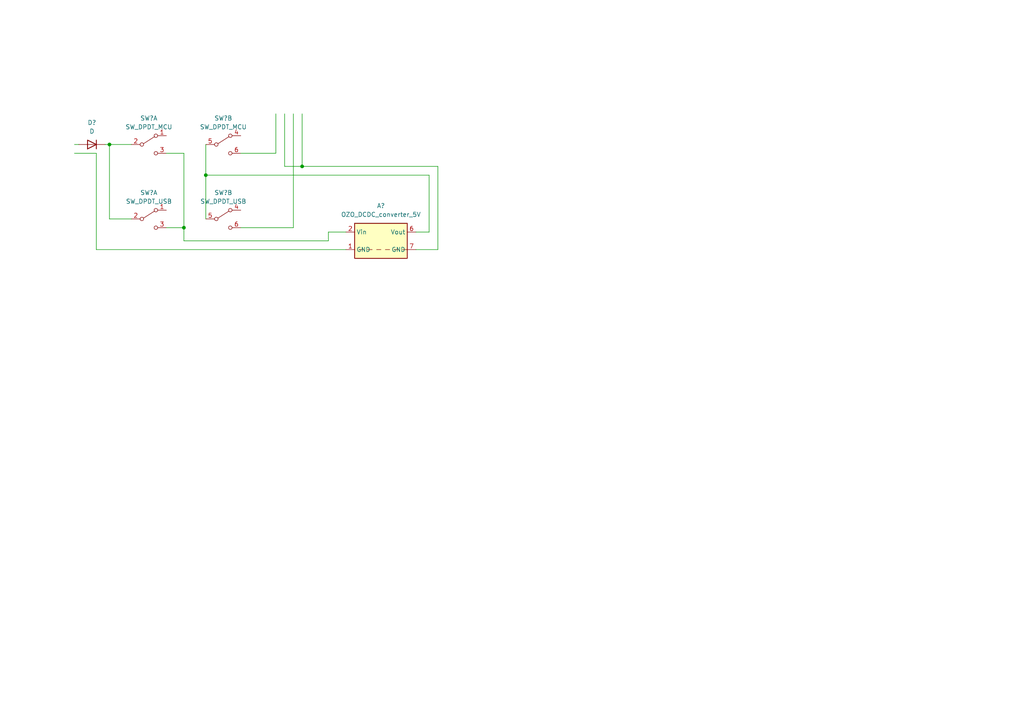
<source format=kicad_sch>
(kicad_sch (version 20211123) (generator eeschema)
  (paper "A4")
  (lib_symbols
    (symbol "Device:D" (pin_numbers hide) (pin_names (offset 1.016) hide)
      (property "Reference" "D" (at 0 2.54 0))
      (property "Value" "D" (at 0 -2.54 0))
      (symbol "D_0_1"
        (polyline (pts (xy -1.27 1.27) (xy -1.27 -1.27)) (stroke (width 0.254)))
        (polyline (pts (xy 1.27 0) (xy -1.27 0)))
        (polyline (pts (xy 1.27 1.27) (xy 1.27 -1.27) (xy -1.27 0) (xy 1.27 1.27)) (stroke (width 0.254)))
      )
      (symbol "D_1_1"
        (pin passive line (at -3.81 0 0) (length 2.54) (name "K") (number "1"))
        (pin passive line (at 3.81 0 180) (length 2.54) (name "A") (number "2"))
      )
    )
    (symbol "Switch:SW_DPDT_x2" (pin_names (offset 0) hide)
      (property "Reference" "SW" (at 0 4.318 0))
      (property "Value" "SW_DPDT_x2" (at 0 -5.08 0))
      (symbol "SW_DPDT_x2_0_0"
        (circle (center -2.032 0) (radius 0.508))
        (circle (center 2.032 -2.54) (radius 0.508))
      )
      (symbol "SW_DPDT_x2_0_1"
        (polyline (pts (xy -1.524 0.254) (xy 1.651 2.286)))
        (circle (center 2.032 2.54) (radius 0.508))
      )
      (symbol "SW_DPDT_x2_1_1"
        (pin passive line (at 5.08 2.54 180) (length 2.54) (name "A") (number "1"))
        (pin passive line (at -5.08 0 0) (length 2.54) (name "B") (number "2"))
        (pin passive line (at 5.08 -2.54 180) (length 2.54) (name "C") (number "3"))
      )
      (symbol "SW_DPDT_x2_2_1"
        (pin passive line (at 5.08 2.54 180) (length 2.54) (name "A") (number "4"))
        (pin passive line (at -5.08 0 0) (length 2.54) (name "B") (number "5"))
        (pin passive line (at 5.08 -2.54 180) (length 2.54) (name "C") (number "6"))
      )
    )
    (symbol "vehicle-monitor:OZO_DCDC_converter_5V"
      (property "Reference" "A" (at -7.62 6.35 0))
      (property "Value" "OZO_DCDC_converter_5V" (at 1.27 6.35 0))
      (symbol "OZO_DCDC_converter_5V_0_0"
        (pin power_in line (at -10.16 -2.54 0) (length 2.54) (name "GND") (number "1"))
        (pin power_in line (at -10.16 2.54 0) (length 2.54) (name "Vin") (number "2"))
        (pin power_out line (at 10.16 2.54 180) (length 2.54) (name "Vout") (number "6"))
        (pin power_out line (at 10.16 -2.54 180) (length 2.54) (name "GND") (number "7"))
      )
      (symbol "OZO_DCDC_converter_5V_0_1"
        (rectangle (start -7.62 5.08) (end 7.62 -5.08) (stroke (width 0.254)) (fill (type background)))
        (polyline (pts (xy -6.35 -2.54) (xy -5.08 -2.54)))
        (polyline (pts (xy -3.81 -2.54) (xy -2.54 -2.54)))
        (polyline (pts (xy -1.27 -2.54) (xy 0 -2.54)))
        (polyline (pts (xy 1.27 -2.54) (xy 2.54 -2.54)))
        (polyline (pts (xy 3.81 -2.54) (xy 5.08 -2.54)))
        (polyline (pts (xy 6.35 -2.54) (xy 7.62 -2.54)))
      )
    )
  )
  (junction (at 53.34 66.04))
  (junction (at 31.75 41.91))
  (junction (at 59.69 50.8))
  (junction (at 87.63 48.26))
  (wire (pts (xy 95.25 67.31) (xy 100.33 67.31)))
  (wire (pts (xy 21.59 41.91) (xy 22.86 41.91)))
  (wire (pts (xy 59.69 50.8) (xy 59.69 41.91)))
  (wire (pts (xy 31.75 41.91) (xy 31.75 63.5)))
  (wire (pts (xy 31.75 41.91) (xy 38.1 41.91)))
  (wire (pts (xy 87.63 48.26) (xy 82.55 48.26)))
  (wire (pts (xy 127 72.39) (xy 127 48.26)))
  (wire (pts (xy 53.34 69.85) (xy 95.25 69.85)))
  (wire (pts (xy 87.63 33.02) (xy 87.63 48.26)))
  (wire (pts (xy 124.46 67.31) (xy 124.46 50.8)))
  (wire (pts (xy 53.34 44.45) (xy 53.34 66.04)))
  (wire (pts (xy 48.26 44.45) (xy 53.34 44.45)))
  (wire (pts (xy 69.85 66.04) (xy 85.09 66.04)))
  (wire (pts (xy 120.65 72.39) (xy 127 72.39)))
  (wire (pts (xy 31.75 63.5) (xy 38.1 63.5)))
  (wire (pts (xy 124.46 50.8) (xy 59.69 50.8)))
  (wire (pts (xy 53.34 66.04) (xy 53.34 69.85)))
  (wire (pts (xy 27.94 72.39) (xy 27.94 44.45)))
  (wire (pts (xy 30.48 41.91) (xy 31.75 41.91)))
  (wire (pts (xy 21.59 44.45) (xy 27.94 44.45)))
  (wire (pts (xy 85.09 33.02) (xy 85.09 66.04)))
  (wire (pts (xy 95.25 69.85) (xy 95.25 67.31)))
  (wire (pts (xy 100.33 72.39) (xy 27.94 72.39)))
  (wire (pts (xy 127 48.26) (xy 87.63 48.26)))
  (wire (pts (xy 59.69 50.8) (xy 59.69 63.5)))
  (wire (pts (xy 120.65 67.31) (xy 124.46 67.31)))
  (wire (pts (xy 48.26 66.04) (xy 53.34 66.04)))
  (wire (pts (xy 82.55 33.02) (xy 82.55 48.26)))
  (wire (pts (xy 80.01 33.02) (xy 80.01 44.45)))
  (wire (pts (xy 69.85 44.45) (xy 80.01 44.45)))
  (symbol (lib_id "Switch:SW_DPDT_x2") (at 64.77 63.5 0) (unit 2)
    (property "Reference" "SW?" (at 64.77 55.88 0))
    (property "Value" "SW_DPDT_USB" (at 64.77 58.42 0))
  )
  (symbol (lib_id "Switch:SW_DPDT_x2") (at 43.18 41.91 0) (unit 1)
    (property "Reference" "SW?" (at 43.18 34.29 0))
    (property "Value" "SW_DPDT_MCU" (at 43.18 36.83 0))
  )
  (symbol (lib_id "Device:D") (at 26.67 41.91 180) (unit 1)
    (property "Reference" "D?" (at 26.67 35.56 0))
    (property "Value" "D" (at 26.67 38.1 0))
  )
  (symbol (lib_id "Switch:SW_DPDT_x2") (at 43.18 63.5 0) (unit 1)
    (property "Reference" "SW?" (at 43.18 55.88 0))
    (property "Value" "SW_DPDT_USB" (at 43.18 58.42 0))
  )
  (symbol (lib_id "Switch:SW_DPDT_x2") (at 64.77 41.91 0) (unit 2)
    (property "Reference" "SW?" (at 64.77 34.29 0))
    (property "Value" "SW_DPDT_MCU" (at 64.77 36.83 0))
  )
  (symbol (lib_id "vehicle-monitor:OZO_DCDC_converter_5V") (at 110.49 69.85 0) (unit 1)
    (property "Reference" "A?" (at 110.49 59.69 0))
    (property "Value" "OZO_DCDC_converter_5V" (at 110.49 62.23 0))
  )
)
</source>
